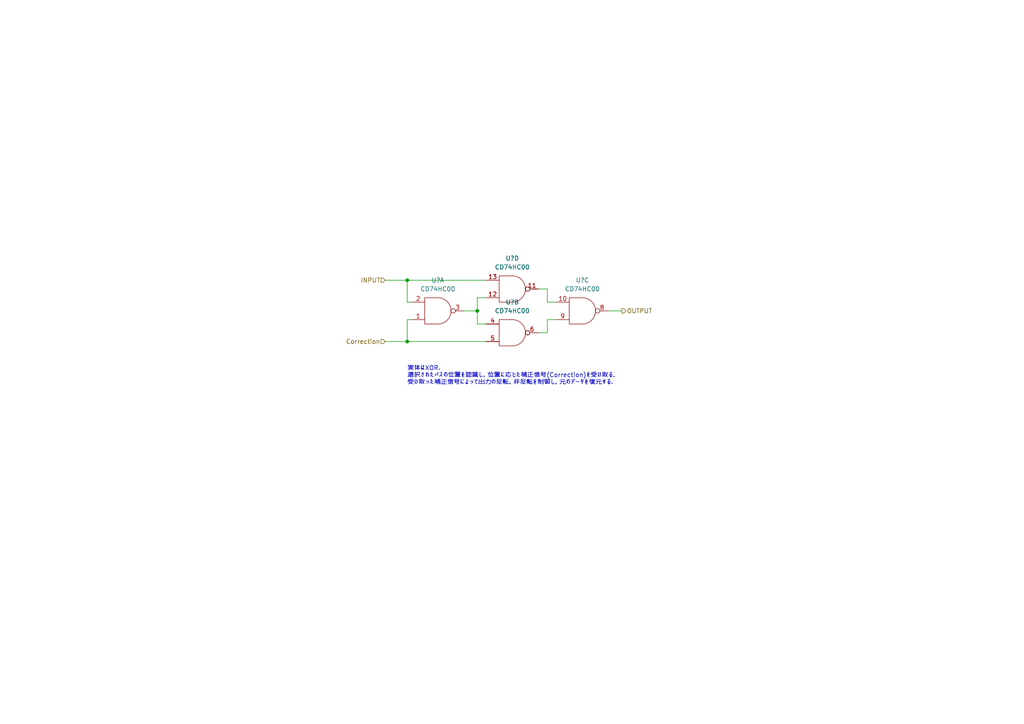
<source format=kicad_sch>
(kicad_sch (version 20211123) (generator eeschema)
  (paper "A4")
  (lib_symbols
    (symbol "CD74HCXX:CD74HC00" (pin_names (offset 0.762))
      (property "Reference" "U" (at -2.54 6.985 0))
      (property "Value" "CD74HC00" (at 1.27 5.08 0))
      (symbol "CD74HC00_0_0"
        (pin power_in line (at -2.54 2.54 0) (length 0) hide (name "VCC") (number "14"))
        (pin power_in line (at -2.54 -2.54 0) (length 0) hide (name "GND") (number "7"))
      )
      (symbol "CD74HC00_0_1"
        (arc (start 0 -3.81) (mid 3.81 0) (end 0 3.81))
        (polyline (pts (xy 0 3.81) (xy -3.81 3.81) (xy -3.81 -3.81) (xy 0 -3.81)))
      )
      (symbol "CD74HC00_0_2"
        (arc (start -4.445 -3.81) (mid -3.175 0) (end -4.445 3.81))
        (arc (start -3.175 -3.81) (mid 0.803 -2.7954) (end 3.81 0))
        (polyline (pts (xy -4.445 -3.81) (xy -3.175 -3.81)))
        (polyline (pts (xy -4.445 3.81) (xy -3.175 3.81)))
        (arc (start 3.81 0) (mid 0.8099 2.8117) (end -3.175 3.81))
      )
      (symbol "CD74HC00_1_1"
        (pin input line (at -7.62 2.54 0) (length 3.81) (name "~") (number "1"))
        (pin input line (at -7.62 -2.54 0) (length 3.81) (name "~") (number "2"))
        (pin output inverted (at 7.62 0 180) (length 3.81) (name "~") (number "3"))
      )
      (symbol "CD74HC00_1_2"
        (pin input inverted (at -7.62 2.54 0) (length 3.81) (name "~") (number "1"))
        (pin input inverted (at -7.62 -2.54 0) (length 3.81) (name "~") (number "2"))
        (pin output line (at 7.62 0 180) (length 3.81) (name "~") (number "3"))
      )
      (symbol "CD74HC00_2_1"
        (pin input line (at -7.62 2.54 0) (length 3.81) (name "~") (number "4"))
        (pin input line (at -7.62 -2.54 0) (length 3.81) (name "~") (number "5"))
        (pin output inverted (at 7.62 0 180) (length 3.81) (name "~") (number "6"))
      )
      (symbol "CD74HC00_2_2"
        (pin input inverted (at -7.62 2.54 0) (length 3.81) (name "~") (number "4"))
        (pin input inverted (at -7.62 -2.54 0) (length 3.81) (name "~") (number "5"))
        (pin output line (at 7.62 0 180) (length 3.81) (name "~") (number "6"))
      )
      (symbol "CD74HC00_3_1"
        (pin input line (at -7.62 -2.54 0) (length 3.81) (name "~") (number "10"))
        (pin output inverted (at 7.62 0 180) (length 3.81) (name "~") (number "8"))
        (pin input line (at -7.62 2.54 0) (length 3.81) (name "~") (number "9"))
      )
      (symbol "CD74HC00_3_2"
        (pin input inverted (at -7.62 -2.54 0) (length 3.81) (name "~") (number "10"))
        (pin output line (at 7.62 0 180) (length 3.81) (name "~") (number "8"))
        (pin input inverted (at -7.62 2.54 0) (length 3.81) (name "~") (number "9"))
      )
      (symbol "CD74HC00_4_1"
        (pin output inverted (at 7.62 0 180) (length 3.81) (name "~") (number "11"))
        (pin input line (at -7.62 2.54 0) (length 3.81) (name "~") (number "12"))
        (pin input line (at -7.62 -2.54 0) (length 3.81) (name "~") (number "13"))
      )
      (symbol "CD74HC00_4_2"
        (pin output line (at 7.62 0 180) (length 3.81) (name "~") (number "11"))
        (pin input inverted (at -7.62 2.54 0) (length 3.81) (name "~") (number "12"))
        (pin input inverted (at -7.62 -2.54 0) (length 3.81) (name "~") (number "13"))
      )
    )
  )
  (junction (at 138.43 90.17))
  (junction (at 118.11 81.28))
  (junction (at 118.11 99.06))
  (wire (pts (xy 119.38 92.71) (xy 118.11 92.71)))
  (wire (pts (xy 118.11 99.06) (xy 140.97 99.06)))
  (wire (pts (xy 118.11 87.63) (xy 118.11 81.28)))
  (wire (pts (xy 158.75 96.52) (xy 158.75 92.71)))
  (wire (pts (xy 156.21 96.52) (xy 158.75 96.52)))
  (wire (pts (xy 118.11 92.71) (xy 118.11 99.06)))
  (wire (pts (xy 140.97 86.36) (xy 138.43 86.36)))
  (wire (pts (xy 111.76 99.06) (xy 118.11 99.06)))
  (wire (pts (xy 158.75 83.82) (xy 158.75 87.63)))
  (wire (pts (xy 118.11 81.28) (xy 140.97 81.28)))
  (wire (pts (xy 119.38 87.63) (xy 118.11 87.63)))
  (wire (pts (xy 111.76 81.28) (xy 118.11 81.28)))
  (wire (pts (xy 138.43 86.36) (xy 138.43 90.17)))
  (wire (pts (xy 176.53 90.17) (xy 180.34 90.17)))
  (wire (pts (xy 156.21 83.82) (xy 158.75 83.82)))
  (wire (pts (xy 158.75 87.63) (xy 161.29 87.63)))
  (wire (pts (xy 138.43 90.17) (xy 138.43 93.98)))
  (wire (pts (xy 158.75 92.71) (xy 161.29 92.71)))
  (wire (pts (xy 138.43 93.98) (xy 140.97 93.98)))
  (wire (pts (xy 134.62 90.17) (xy 138.43 90.17)))
  (text "実体はXOR．\n選択されたバスの位置を認識し，位置に応じた補正信号(Correction)を受け取る.\n受け取った補正信号によって出力の反転，非反転を制御し，元のデータを復元する．" (at 118.11 111.76 0) (effects (font (size 1.27 1.27)) (justify left bottom)))
  (hierarchical_label "OUTPUT" (shape output) (at 180.34 90.17 0))
  (hierarchical_label "Correction" (shape input) (at 111.76 99.06 180))
  (hierarchical_label "INPUT" (shape input) (at 111.76 81.28 180))
  (symbol (lib_id "CD74HCXX:CD74HC00") (at 168.91 90.17 0) (mirror x) (unit 3)
    (property "Reference" "U?" (at 168.91 81.28 0))
    (property "Value" "CD74HC00" (at 168.91 83.82 0))
  )
  (symbol (lib_id "CD74HCXX:CD74HC00") (at 148.59 96.52 0) (unit 2)
    (property "Reference" "U?" (at 148.59 87.63 0))
    (property "Value" "CD74HC00" (at 148.59 90.17 0))
  )
  (symbol (lib_id "CD74HCXX:CD74HC00") (at 127 90.17 0) (mirror x) (unit 1)
    (property "Reference" "U?" (at 127 81.28 0))
    (property "Value" "CD74HC00" (at 127 83.82 0))
  )
  (symbol (lib_id "CD74HCXX:CD74HC00") (at 148.59 83.82 0) (mirror x) (unit 4)
    (property "Reference" "U?" (at 148.59 74.93 0))
    (property "Value" "CD74HC00" (at 148.59 77.47 0))
  )
)
</source>
